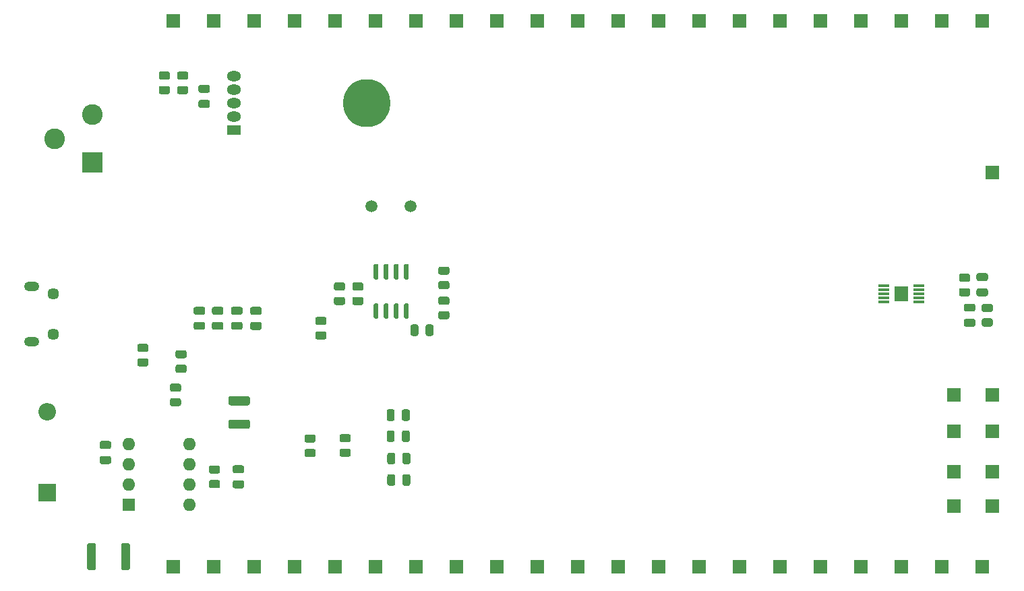
<source format=gbr>
%TF.GenerationSoftware,KiCad,Pcbnew,(5.1.7)-1*%
%TF.CreationDate,2020-11-09T16:27:57-06:00*%
%TF.ProjectId,MCU breakout board,4d435520-6272-4656-916b-6f757420626f,rev?*%
%TF.SameCoordinates,Original*%
%TF.FileFunction,Soldermask,Bot*%
%TF.FilePolarity,Negative*%
%FSLAX46Y46*%
G04 Gerber Fmt 4.6, Leading zero omitted, Abs format (unit mm)*
G04 Created by KiCad (PCBNEW (5.1.7)-1) date 2020-11-09 16:27:57*
%MOMM*%
%LPD*%
G01*
G04 APERTURE LIST*
%ADD10R,1.700000X1.700000*%
%ADD11R,1.600000X1.600000*%
%ADD12O,1.600000X1.600000*%
%ADD13R,2.200000X2.200000*%
%ADD14O,2.200000X2.200000*%
%ADD15R,1.425000X0.300000*%
%ADD16R,1.680000X1.880000*%
%ADD17R,2.600000X2.600000*%
%ADD18C,2.600000*%
%ADD19C,1.450000*%
%ADD20O,1.900000X1.200000*%
%ADD21C,1.500000*%
%ADD22O,6.000000X6.000000*%
%ADD23R,1.800000X1.275000*%
%ADD24O,1.800000X1.275000*%
G04 APERTURE END LIST*
D10*
%TO.C,P2*%
X169164000Y-144780000D03*
%TD*%
D11*
%TO.C,U2*%
X65510000Y-144630000D03*
D12*
X73130000Y-137010000D03*
X65510000Y-142090000D03*
X73130000Y-139550000D03*
X65510000Y-139550000D03*
X73130000Y-142090000D03*
X65510000Y-137010000D03*
X73130000Y-144630000D03*
%TD*%
%TO.C,C1*%
G36*
G01*
X79575000Y-120740000D02*
X78625000Y-120740000D01*
G75*
G02*
X78375000Y-120490000I0J250000D01*
G01*
X78375000Y-119990000D01*
G75*
G02*
X78625000Y-119740000I250000J0D01*
G01*
X79575000Y-119740000D01*
G75*
G02*
X79825000Y-119990000I0J-250000D01*
G01*
X79825000Y-120490000D01*
G75*
G02*
X79575000Y-120740000I-250000J0D01*
G01*
G37*
G36*
G01*
X79575000Y-122640000D02*
X78625000Y-122640000D01*
G75*
G02*
X78375000Y-122390000I0J250000D01*
G01*
X78375000Y-121890000D01*
G75*
G02*
X78625000Y-121640000I250000J0D01*
G01*
X79575000Y-121640000D01*
G75*
G02*
X79825000Y-121890000I0J-250000D01*
G01*
X79825000Y-122390000D01*
G75*
G02*
X79575000Y-122640000I-250000J0D01*
G01*
G37*
%TD*%
%TO.C,C2*%
G36*
G01*
X81975000Y-120750000D02*
X81025000Y-120750000D01*
G75*
G02*
X80775000Y-120500000I0J250000D01*
G01*
X80775000Y-120000000D01*
G75*
G02*
X81025000Y-119750000I250000J0D01*
G01*
X81975000Y-119750000D01*
G75*
G02*
X82225000Y-120000000I0J-250000D01*
G01*
X82225000Y-120500000D01*
G75*
G02*
X81975000Y-120750000I-250000J0D01*
G01*
G37*
G36*
G01*
X81975000Y-122650000D02*
X81025000Y-122650000D01*
G75*
G02*
X80775000Y-122400000I0J250000D01*
G01*
X80775000Y-121900000D01*
G75*
G02*
X81025000Y-121650000I250000J0D01*
G01*
X81975000Y-121650000D01*
G75*
G02*
X82225000Y-121900000I0J-250000D01*
G01*
X82225000Y-122400000D01*
G75*
G02*
X81975000Y-122650000I-250000J0D01*
G01*
G37*
%TD*%
%TO.C,C3*%
G36*
G01*
X171610000Y-122250000D02*
X170660000Y-122250000D01*
G75*
G02*
X170410000Y-122000000I0J250000D01*
G01*
X170410000Y-121500000D01*
G75*
G02*
X170660000Y-121250000I250000J0D01*
G01*
X171610000Y-121250000D01*
G75*
G02*
X171860000Y-121500000I0J-250000D01*
G01*
X171860000Y-122000000D01*
G75*
G02*
X171610000Y-122250000I-250000J0D01*
G01*
G37*
G36*
G01*
X171610000Y-120350000D02*
X170660000Y-120350000D01*
G75*
G02*
X170410000Y-120100000I0J250000D01*
G01*
X170410000Y-119600000D01*
G75*
G02*
X170660000Y-119350000I250000J0D01*
G01*
X171610000Y-119350000D01*
G75*
G02*
X171860000Y-119600000I0J-250000D01*
G01*
X171860000Y-120100000D01*
G75*
G02*
X171610000Y-120350000I-250000J0D01*
G01*
G37*
%TD*%
%TO.C,C4*%
G36*
G01*
X77175000Y-122640000D02*
X76225000Y-122640000D01*
G75*
G02*
X75975000Y-122390000I0J250000D01*
G01*
X75975000Y-121890000D01*
G75*
G02*
X76225000Y-121640000I250000J0D01*
G01*
X77175000Y-121640000D01*
G75*
G02*
X77425000Y-121890000I0J-250000D01*
G01*
X77425000Y-122390000D01*
G75*
G02*
X77175000Y-122640000I-250000J0D01*
G01*
G37*
G36*
G01*
X77175000Y-120740000D02*
X76225000Y-120740000D01*
G75*
G02*
X75975000Y-120490000I0J250000D01*
G01*
X75975000Y-119990000D01*
G75*
G02*
X76225000Y-119740000I250000J0D01*
G01*
X77175000Y-119740000D01*
G75*
G02*
X77425000Y-119990000I0J-250000D01*
G01*
X77425000Y-120490000D01*
G75*
G02*
X77175000Y-120740000I-250000J0D01*
G01*
G37*
%TD*%
%TO.C,C5*%
G36*
G01*
X74875000Y-120740000D02*
X73925000Y-120740000D01*
G75*
G02*
X73675000Y-120490000I0J250000D01*
G01*
X73675000Y-119990000D01*
G75*
G02*
X73925000Y-119740000I250000J0D01*
G01*
X74875000Y-119740000D01*
G75*
G02*
X75125000Y-119990000I0J-250000D01*
G01*
X75125000Y-120490000D01*
G75*
G02*
X74875000Y-120740000I-250000J0D01*
G01*
G37*
G36*
G01*
X74875000Y-122640000D02*
X73925000Y-122640000D01*
G75*
G02*
X73675000Y-122390000I0J250000D01*
G01*
X73675000Y-121890000D01*
G75*
G02*
X73925000Y-121640000I250000J0D01*
G01*
X74875000Y-121640000D01*
G75*
G02*
X75125000Y-121890000I0J-250000D01*
G01*
X75125000Y-122390000D01*
G75*
G02*
X74875000Y-122640000I-250000J0D01*
G01*
G37*
%TD*%
%TO.C,C8*%
G36*
G01*
X103812000Y-122207000D02*
X103812000Y-123157000D01*
G75*
G02*
X103562000Y-123407000I-250000J0D01*
G01*
X103062000Y-123407000D01*
G75*
G02*
X102812000Y-123157000I0J250000D01*
G01*
X102812000Y-122207000D01*
G75*
G02*
X103062000Y-121957000I250000J0D01*
G01*
X103562000Y-121957000D01*
G75*
G02*
X103812000Y-122207000I0J-250000D01*
G01*
G37*
G36*
G01*
X101912000Y-122207000D02*
X101912000Y-123157000D01*
G75*
G02*
X101662000Y-123407000I-250000J0D01*
G01*
X101162000Y-123407000D01*
G75*
G02*
X100912000Y-123157000I0J250000D01*
G01*
X100912000Y-122207000D01*
G75*
G02*
X101162000Y-121957000I250000J0D01*
G01*
X101662000Y-121957000D01*
G75*
G02*
X101912000Y-122207000I0J-250000D01*
G01*
G37*
%TD*%
%TO.C,C9*%
G36*
G01*
X78825000Y-139650000D02*
X79775000Y-139650000D01*
G75*
G02*
X80025000Y-139900000I0J-250000D01*
G01*
X80025000Y-140400000D01*
G75*
G02*
X79775000Y-140650000I-250000J0D01*
G01*
X78825000Y-140650000D01*
G75*
G02*
X78575000Y-140400000I0J250000D01*
G01*
X78575000Y-139900000D01*
G75*
G02*
X78825000Y-139650000I250000J0D01*
G01*
G37*
G36*
G01*
X78825000Y-141550000D02*
X79775000Y-141550000D01*
G75*
G02*
X80025000Y-141800000I0J-250000D01*
G01*
X80025000Y-142300000D01*
G75*
G02*
X79775000Y-142550000I-250000J0D01*
G01*
X78825000Y-142550000D01*
G75*
G02*
X78575000Y-142300000I0J250000D01*
G01*
X78575000Y-141800000D01*
G75*
G02*
X78825000Y-141550000I250000J0D01*
G01*
G37*
%TD*%
%TO.C,C10*%
G36*
G01*
X172245000Y-115520000D02*
X173195000Y-115520000D01*
G75*
G02*
X173445000Y-115770000I0J-250000D01*
G01*
X173445000Y-116270000D01*
G75*
G02*
X173195000Y-116520000I-250000J0D01*
G01*
X172245000Y-116520000D01*
G75*
G02*
X171995000Y-116270000I0J250000D01*
G01*
X171995000Y-115770000D01*
G75*
G02*
X172245000Y-115520000I250000J0D01*
G01*
G37*
G36*
G01*
X172245000Y-117420000D02*
X173195000Y-117420000D01*
G75*
G02*
X173445000Y-117670000I0J-250000D01*
G01*
X173445000Y-118170000D01*
G75*
G02*
X173195000Y-118420000I-250000J0D01*
G01*
X172245000Y-118420000D01*
G75*
G02*
X171995000Y-118170000I0J250000D01*
G01*
X171995000Y-117670000D01*
G75*
G02*
X172245000Y-117420000I250000J0D01*
G01*
G37*
%TD*%
%TO.C,C11*%
G36*
G01*
X78299999Y-130975000D02*
X80500001Y-130975000D01*
G75*
G02*
X80750000Y-131224999I0J-249999D01*
G01*
X80750000Y-131875001D01*
G75*
G02*
X80500001Y-132125000I-249999J0D01*
G01*
X78299999Y-132125000D01*
G75*
G02*
X78050000Y-131875001I0J249999D01*
G01*
X78050000Y-131224999D01*
G75*
G02*
X78299999Y-130975000I249999J0D01*
G01*
G37*
G36*
G01*
X78299999Y-133925000D02*
X80500001Y-133925000D01*
G75*
G02*
X80750000Y-134174999I0J-249999D01*
G01*
X80750000Y-134825001D01*
G75*
G02*
X80500001Y-135075000I-249999J0D01*
G01*
X78299999Y-135075000D01*
G75*
G02*
X78050000Y-134825001I0J249999D01*
G01*
X78050000Y-134174999D01*
G75*
G02*
X78299999Y-133925000I249999J0D01*
G01*
G37*
%TD*%
%TO.C,C12*%
G36*
G01*
X62125000Y-138500000D02*
X63075000Y-138500000D01*
G75*
G02*
X63325000Y-138750000I0J-250000D01*
G01*
X63325000Y-139250000D01*
G75*
G02*
X63075000Y-139500000I-250000J0D01*
G01*
X62125000Y-139500000D01*
G75*
G02*
X61875000Y-139250000I0J250000D01*
G01*
X61875000Y-138750000D01*
G75*
G02*
X62125000Y-138500000I250000J0D01*
G01*
G37*
G36*
G01*
X62125000Y-136600000D02*
X63075000Y-136600000D01*
G75*
G02*
X63325000Y-136850000I0J-250000D01*
G01*
X63325000Y-137350000D01*
G75*
G02*
X63075000Y-137600000I-250000J0D01*
G01*
X62125000Y-137600000D01*
G75*
G02*
X61875000Y-137350000I0J250000D01*
G01*
X61875000Y-136850000D01*
G75*
G02*
X62125000Y-136600000I250000J0D01*
G01*
G37*
%TD*%
%TO.C,C14*%
G36*
G01*
X74525000Y-91850000D02*
X75475000Y-91850000D01*
G75*
G02*
X75725000Y-92100000I0J-250000D01*
G01*
X75725000Y-92600000D01*
G75*
G02*
X75475000Y-92850000I-250000J0D01*
G01*
X74525000Y-92850000D01*
G75*
G02*
X74275000Y-92600000I0J250000D01*
G01*
X74275000Y-92100000D01*
G75*
G02*
X74525000Y-91850000I250000J0D01*
G01*
G37*
G36*
G01*
X74525000Y-93750000D02*
X75475000Y-93750000D01*
G75*
G02*
X75725000Y-94000000I0J-250000D01*
G01*
X75725000Y-94500000D01*
G75*
G02*
X75475000Y-94750000I-250000J0D01*
G01*
X74525000Y-94750000D01*
G75*
G02*
X74275000Y-94500000I0J250000D01*
G01*
X74275000Y-94000000D01*
G75*
G02*
X74525000Y-93750000I250000J0D01*
G01*
G37*
%TD*%
%TO.C,C17*%
G36*
G01*
X97930000Y-133825000D02*
X97930000Y-132875000D01*
G75*
G02*
X98180000Y-132625000I250000J0D01*
G01*
X98680000Y-132625000D01*
G75*
G02*
X98930000Y-132875000I0J-250000D01*
G01*
X98930000Y-133825000D01*
G75*
G02*
X98680000Y-134075000I-250000J0D01*
G01*
X98180000Y-134075000D01*
G75*
G02*
X97930000Y-133825000I0J250000D01*
G01*
G37*
G36*
G01*
X99830000Y-133825000D02*
X99830000Y-132875000D01*
G75*
G02*
X100080000Y-132625000I250000J0D01*
G01*
X100580000Y-132625000D01*
G75*
G02*
X100830000Y-132875000I0J-250000D01*
G01*
X100830000Y-133825000D01*
G75*
G02*
X100580000Y-134075000I-250000J0D01*
G01*
X100080000Y-134075000D01*
G75*
G02*
X99830000Y-133825000I0J250000D01*
G01*
G37*
%TD*%
%TO.C,C18*%
G36*
G01*
X99830000Y-136475000D02*
X99830000Y-135525000D01*
G75*
G02*
X100080000Y-135275000I250000J0D01*
G01*
X100580000Y-135275000D01*
G75*
G02*
X100830000Y-135525000I0J-250000D01*
G01*
X100830000Y-136475000D01*
G75*
G02*
X100580000Y-136725000I-250000J0D01*
G01*
X100080000Y-136725000D01*
G75*
G02*
X99830000Y-136475000I0J250000D01*
G01*
G37*
G36*
G01*
X97930000Y-136475000D02*
X97930000Y-135525000D01*
G75*
G02*
X98180000Y-135275000I250000J0D01*
G01*
X98680000Y-135275000D01*
G75*
G02*
X98930000Y-135525000I0J-250000D01*
G01*
X98930000Y-136475000D01*
G75*
G02*
X98680000Y-136725000I-250000J0D01*
G01*
X98180000Y-136725000D01*
G75*
G02*
X97930000Y-136475000I0J250000D01*
G01*
G37*
%TD*%
%TO.C,C19*%
G36*
G01*
X98000000Y-139275000D02*
X98000000Y-138325000D01*
G75*
G02*
X98250000Y-138075000I250000J0D01*
G01*
X98750000Y-138075000D01*
G75*
G02*
X99000000Y-138325000I0J-250000D01*
G01*
X99000000Y-139275000D01*
G75*
G02*
X98750000Y-139525000I-250000J0D01*
G01*
X98250000Y-139525000D01*
G75*
G02*
X98000000Y-139275000I0J250000D01*
G01*
G37*
G36*
G01*
X99900000Y-139275000D02*
X99900000Y-138325000D01*
G75*
G02*
X100150000Y-138075000I250000J0D01*
G01*
X100650000Y-138075000D01*
G75*
G02*
X100900000Y-138325000I0J-250000D01*
G01*
X100900000Y-139275000D01*
G75*
G02*
X100650000Y-139525000I-250000J0D01*
G01*
X100150000Y-139525000D01*
G75*
G02*
X99900000Y-139275000I0J250000D01*
G01*
G37*
%TD*%
%TO.C,C20*%
G36*
G01*
X99900000Y-141975000D02*
X99900000Y-141025000D01*
G75*
G02*
X100150000Y-140775000I250000J0D01*
G01*
X100650000Y-140775000D01*
G75*
G02*
X100900000Y-141025000I0J-250000D01*
G01*
X100900000Y-141975000D01*
G75*
G02*
X100650000Y-142225000I-250000J0D01*
G01*
X100150000Y-142225000D01*
G75*
G02*
X99900000Y-141975000I0J250000D01*
G01*
G37*
G36*
G01*
X98000000Y-141975000D02*
X98000000Y-141025000D01*
G75*
G02*
X98250000Y-140775000I250000J0D01*
G01*
X98750000Y-140775000D01*
G75*
G02*
X99000000Y-141025000I0J-250000D01*
G01*
X99000000Y-141975000D01*
G75*
G02*
X98750000Y-142225000I-250000J0D01*
G01*
X98250000Y-142225000D01*
G75*
G02*
X98000000Y-141975000I0J250000D01*
G01*
G37*
%TD*%
D13*
%TO.C,D1*%
X55300000Y-143100000D03*
D14*
X55300000Y-132940000D03*
%TD*%
D15*
%TO.C,IC1*%
X160348000Y-119110000D03*
X160348000Y-118610000D03*
X160348000Y-118110000D03*
X160348000Y-117610000D03*
X160348000Y-117110000D03*
X164772000Y-117110000D03*
X164772000Y-117610000D03*
X164772000Y-118110000D03*
X164772000Y-118610000D03*
X164772000Y-119110000D03*
D16*
X162560000Y-118110000D03*
%TD*%
D17*
%TO.C,J1*%
X60960000Y-101600000D03*
D18*
X60960000Y-95600000D03*
X56260000Y-98600000D03*
%TD*%
D19*
%TO.C,J2*%
X56072500Y-118150000D03*
X56072500Y-123150000D03*
D20*
X53372500Y-117150000D03*
X53372500Y-124150000D03*
%TD*%
D10*
%TO.C,P3*%
X111760000Y-152400000D03*
%TD*%
%TO.C,P4*%
X106680000Y-152400000D03*
%TD*%
%TO.C,P5*%
X71120000Y-152400000D03*
%TD*%
%TO.C,P6*%
X76200000Y-152400000D03*
%TD*%
%TO.C,P7*%
X81280000Y-152400000D03*
%TD*%
%TO.C,P8*%
X86360000Y-152400000D03*
%TD*%
%TO.C,P9*%
X91440000Y-152400000D03*
%TD*%
%TO.C,P10*%
X96520000Y-152400000D03*
%TD*%
%TO.C,P11*%
X101600000Y-152400000D03*
%TD*%
%TO.C,P13*%
X162560000Y-152400000D03*
%TD*%
%TO.C,P15*%
X172720000Y-152400000D03*
%TD*%
%TO.C,P16*%
X172720000Y-83820000D03*
%TD*%
%TO.C,P17*%
X167640000Y-83820000D03*
%TD*%
%TO.C,P18*%
X162560000Y-83820000D03*
%TD*%
%TO.C,P19*%
X157480000Y-152400000D03*
%TD*%
%TO.C,P20*%
X157480000Y-83820000D03*
%TD*%
%TO.C,P21*%
X152400000Y-152400000D03*
%TD*%
%TO.C,P22*%
X152400000Y-83820000D03*
%TD*%
%TO.C,P23*%
X147320000Y-152400000D03*
%TD*%
%TO.C,P24*%
X142240000Y-152400000D03*
%TD*%
%TO.C,P25*%
X137160000Y-152400000D03*
%TD*%
%TO.C,P26*%
X132080000Y-152400000D03*
%TD*%
%TO.C,P27*%
X127000000Y-152400000D03*
%TD*%
%TO.C,P28*%
X121920000Y-152400000D03*
%TD*%
%TO.C,P29*%
X106680000Y-83820000D03*
%TD*%
%TO.C,P30*%
X101600000Y-83820000D03*
%TD*%
%TO.C,P31*%
X96520000Y-83820000D03*
%TD*%
%TO.C,P32*%
X91440000Y-83820000D03*
%TD*%
%TO.C,P33*%
X86360000Y-83820000D03*
%TD*%
%TO.C,P34*%
X81280000Y-83820000D03*
%TD*%
%TO.C,P35*%
X111760000Y-83820000D03*
%TD*%
%TO.C,P36*%
X76200000Y-83820000D03*
%TD*%
%TO.C,P37*%
X116840000Y-83820000D03*
%TD*%
%TO.C,P38*%
X71120000Y-83820000D03*
%TD*%
%TO.C,P39*%
X121920000Y-83820000D03*
%TD*%
%TO.C,P40*%
X127000000Y-83820000D03*
%TD*%
%TO.C,P41*%
X132080000Y-83820000D03*
%TD*%
%TO.C,P42*%
X137160000Y-83820000D03*
%TD*%
%TO.C,P43*%
X142240000Y-83820000D03*
%TD*%
%TO.C,P44*%
X147320000Y-83820000D03*
%TD*%
%TO.C,R1*%
G36*
G01*
X93849999Y-118500000D02*
X94750001Y-118500000D01*
G75*
G02*
X95000000Y-118749999I0J-249999D01*
G01*
X95000000Y-119275001D01*
G75*
G02*
X94750001Y-119525000I-249999J0D01*
G01*
X93849999Y-119525000D01*
G75*
G02*
X93600000Y-119275001I0J249999D01*
G01*
X93600000Y-118749999D01*
G75*
G02*
X93849999Y-118500000I249999J0D01*
G01*
G37*
G36*
G01*
X93849999Y-116675000D02*
X94750001Y-116675000D01*
G75*
G02*
X95000000Y-116924999I0J-249999D01*
G01*
X95000000Y-117450001D01*
G75*
G02*
X94750001Y-117700000I-249999J0D01*
G01*
X93849999Y-117700000D01*
G75*
G02*
X93600000Y-117450001I0J249999D01*
G01*
X93600000Y-116924999D01*
G75*
G02*
X93849999Y-116675000I249999J0D01*
G01*
G37*
%TD*%
%TO.C,R3*%
G36*
G01*
X172904999Y-119372500D02*
X173805001Y-119372500D01*
G75*
G02*
X174055000Y-119622499I0J-249999D01*
G01*
X174055000Y-120147501D01*
G75*
G02*
X173805001Y-120397500I-249999J0D01*
G01*
X172904999Y-120397500D01*
G75*
G02*
X172655000Y-120147501I0J249999D01*
G01*
X172655000Y-119622499D01*
G75*
G02*
X172904999Y-119372500I249999J0D01*
G01*
G37*
G36*
G01*
X172904999Y-121197500D02*
X173805001Y-121197500D01*
G75*
G02*
X174055000Y-121447499I0J-249999D01*
G01*
X174055000Y-121972501D01*
G75*
G02*
X173805001Y-122222500I-249999J0D01*
G01*
X172904999Y-122222500D01*
G75*
G02*
X172655000Y-121972501I0J249999D01*
G01*
X172655000Y-121447499D01*
G75*
G02*
X172904999Y-121197500I249999J0D01*
G01*
G37*
%TD*%
%TO.C,R4*%
G36*
G01*
X76750001Y-142525000D02*
X75849999Y-142525000D01*
G75*
G02*
X75600000Y-142275001I0J249999D01*
G01*
X75600000Y-141749999D01*
G75*
G02*
X75849999Y-141500000I249999J0D01*
G01*
X76750001Y-141500000D01*
G75*
G02*
X77000000Y-141749999I0J-249999D01*
G01*
X77000000Y-142275001D01*
G75*
G02*
X76750001Y-142525000I-249999J0D01*
G01*
G37*
G36*
G01*
X76750001Y-140700000D02*
X75849999Y-140700000D01*
G75*
G02*
X75600000Y-140450001I0J249999D01*
G01*
X75600000Y-139924999D01*
G75*
G02*
X75849999Y-139675000I249999J0D01*
G01*
X76750001Y-139675000D01*
G75*
G02*
X77000000Y-139924999I0J-249999D01*
G01*
X77000000Y-140450001D01*
G75*
G02*
X76750001Y-140700000I-249999J0D01*
G01*
G37*
%TD*%
%TO.C,R5*%
G36*
G01*
X104649999Y-118462500D02*
X105550001Y-118462500D01*
G75*
G02*
X105800000Y-118712499I0J-249999D01*
G01*
X105800000Y-119237501D01*
G75*
G02*
X105550001Y-119487500I-249999J0D01*
G01*
X104649999Y-119487500D01*
G75*
G02*
X104400000Y-119237501I0J249999D01*
G01*
X104400000Y-118712499D01*
G75*
G02*
X104649999Y-118462500I249999J0D01*
G01*
G37*
G36*
G01*
X104649999Y-120287500D02*
X105550001Y-120287500D01*
G75*
G02*
X105800000Y-120537499I0J-249999D01*
G01*
X105800000Y-121062501D01*
G75*
G02*
X105550001Y-121312500I-249999J0D01*
G01*
X104649999Y-121312500D01*
G75*
G02*
X104400000Y-121062501I0J249999D01*
G01*
X104400000Y-120537499D01*
G75*
G02*
X104649999Y-120287500I249999J0D01*
G01*
G37*
%TD*%
%TO.C,R6*%
G36*
G01*
X91549999Y-118500000D02*
X92450001Y-118500000D01*
G75*
G02*
X92700000Y-118749999I0J-249999D01*
G01*
X92700000Y-119275001D01*
G75*
G02*
X92450001Y-119525000I-249999J0D01*
G01*
X91549999Y-119525000D01*
G75*
G02*
X91300000Y-119275001I0J249999D01*
G01*
X91300000Y-118749999D01*
G75*
G02*
X91549999Y-118500000I249999J0D01*
G01*
G37*
G36*
G01*
X91549999Y-116675000D02*
X92450001Y-116675000D01*
G75*
G02*
X92700000Y-116924999I0J-249999D01*
G01*
X92700000Y-117450001D01*
G75*
G02*
X92450001Y-117700000I-249999J0D01*
G01*
X91549999Y-117700000D01*
G75*
G02*
X91300000Y-117450001I0J249999D01*
G01*
X91300000Y-116924999D01*
G75*
G02*
X91549999Y-116675000I249999J0D01*
G01*
G37*
%TD*%
%TO.C,R7*%
G36*
G01*
X93160001Y-138585000D02*
X92259999Y-138585000D01*
G75*
G02*
X92010000Y-138335001I0J249999D01*
G01*
X92010000Y-137809999D01*
G75*
G02*
X92259999Y-137560000I249999J0D01*
G01*
X93160001Y-137560000D01*
G75*
G02*
X93410000Y-137809999I0J-249999D01*
G01*
X93410000Y-138335001D01*
G75*
G02*
X93160001Y-138585000I-249999J0D01*
G01*
G37*
G36*
G01*
X93160001Y-136760000D02*
X92259999Y-136760000D01*
G75*
G02*
X92010000Y-136510001I0J249999D01*
G01*
X92010000Y-135984999D01*
G75*
G02*
X92259999Y-135735000I249999J0D01*
G01*
X93160001Y-135735000D01*
G75*
G02*
X93410000Y-135984999I0J-249999D01*
G01*
X93410000Y-136510001D01*
G75*
G02*
X93160001Y-136760000I-249999J0D01*
G01*
G37*
%TD*%
%TO.C,R8*%
G36*
G01*
X104649999Y-116512500D02*
X105550001Y-116512500D01*
G75*
G02*
X105800000Y-116762499I0J-249999D01*
G01*
X105800000Y-117287501D01*
G75*
G02*
X105550001Y-117537500I-249999J0D01*
G01*
X104649999Y-117537500D01*
G75*
G02*
X104400000Y-117287501I0J249999D01*
G01*
X104400000Y-116762499D01*
G75*
G02*
X104649999Y-116512500I249999J0D01*
G01*
G37*
G36*
G01*
X104649999Y-114687500D02*
X105550001Y-114687500D01*
G75*
G02*
X105800000Y-114937499I0J-249999D01*
G01*
X105800000Y-115462501D01*
G75*
G02*
X105550001Y-115712500I-249999J0D01*
G01*
X104649999Y-115712500D01*
G75*
G02*
X104400000Y-115462501I0J249999D01*
G01*
X104400000Y-114937499D01*
G75*
G02*
X104649999Y-114687500I249999J0D01*
G01*
G37*
%TD*%
%TO.C,R9*%
G36*
G01*
X87849999Y-137600000D02*
X88750001Y-137600000D01*
G75*
G02*
X89000000Y-137849999I0J-249999D01*
G01*
X89000000Y-138375001D01*
G75*
G02*
X88750001Y-138625000I-249999J0D01*
G01*
X87849999Y-138625000D01*
G75*
G02*
X87600000Y-138375001I0J249999D01*
G01*
X87600000Y-137849999D01*
G75*
G02*
X87849999Y-137600000I249999J0D01*
G01*
G37*
G36*
G01*
X87849999Y-135775000D02*
X88750001Y-135775000D01*
G75*
G02*
X89000000Y-136024999I0J-249999D01*
G01*
X89000000Y-136550001D01*
G75*
G02*
X88750001Y-136800000I-249999J0D01*
G01*
X87849999Y-136800000D01*
G75*
G02*
X87600000Y-136550001I0J249999D01*
G01*
X87600000Y-136024999D01*
G75*
G02*
X87849999Y-135775000I249999J0D01*
G01*
G37*
%TD*%
%TO.C,R10*%
G36*
G01*
X72750001Y-93025000D02*
X71849999Y-93025000D01*
G75*
G02*
X71600000Y-92775001I0J249999D01*
G01*
X71600000Y-92249999D01*
G75*
G02*
X71849999Y-92000000I249999J0D01*
G01*
X72750001Y-92000000D01*
G75*
G02*
X73000000Y-92249999I0J-249999D01*
G01*
X73000000Y-92775001D01*
G75*
G02*
X72750001Y-93025000I-249999J0D01*
G01*
G37*
G36*
G01*
X72750001Y-91200000D02*
X71849999Y-91200000D01*
G75*
G02*
X71600000Y-90950001I0J249999D01*
G01*
X71600000Y-90424999D01*
G75*
G02*
X71849999Y-90175000I249999J0D01*
G01*
X72750001Y-90175000D01*
G75*
G02*
X73000000Y-90424999I0J-249999D01*
G01*
X73000000Y-90950001D01*
G75*
G02*
X72750001Y-91200000I-249999J0D01*
G01*
G37*
%TD*%
%TO.C,R11*%
G36*
G01*
X66849999Y-124387500D02*
X67750001Y-124387500D01*
G75*
G02*
X68000000Y-124637499I0J-249999D01*
G01*
X68000000Y-125162501D01*
G75*
G02*
X67750001Y-125412500I-249999J0D01*
G01*
X66849999Y-125412500D01*
G75*
G02*
X66600000Y-125162501I0J249999D01*
G01*
X66600000Y-124637499D01*
G75*
G02*
X66849999Y-124387500I249999J0D01*
G01*
G37*
G36*
G01*
X66849999Y-126212500D02*
X67750001Y-126212500D01*
G75*
G02*
X68000000Y-126462499I0J-249999D01*
G01*
X68000000Y-126987501D01*
G75*
G02*
X67750001Y-127237500I-249999J0D01*
G01*
X66849999Y-127237500D01*
G75*
G02*
X66600000Y-126987501I0J249999D01*
G01*
X66600000Y-126462499D01*
G75*
G02*
X66849999Y-126212500I249999J0D01*
G01*
G37*
%TD*%
%TO.C,R12*%
G36*
G01*
X69549999Y-92000000D02*
X70450001Y-92000000D01*
G75*
G02*
X70700000Y-92249999I0J-249999D01*
G01*
X70700000Y-92775001D01*
G75*
G02*
X70450001Y-93025000I-249999J0D01*
G01*
X69549999Y-93025000D01*
G75*
G02*
X69300000Y-92775001I0J249999D01*
G01*
X69300000Y-92249999D01*
G75*
G02*
X69549999Y-92000000I249999J0D01*
G01*
G37*
G36*
G01*
X69549999Y-90175000D02*
X70450001Y-90175000D01*
G75*
G02*
X70700000Y-90424999I0J-249999D01*
G01*
X70700000Y-90950001D01*
G75*
G02*
X70450001Y-91200000I-249999J0D01*
G01*
X69549999Y-91200000D01*
G75*
G02*
X69300000Y-90950001I0J249999D01*
G01*
X69300000Y-90424999D01*
G75*
G02*
X69549999Y-90175000I249999J0D01*
G01*
G37*
%TD*%
%TO.C,R14*%
G36*
G01*
X71649999Y-125187500D02*
X72550001Y-125187500D01*
G75*
G02*
X72800000Y-125437499I0J-249999D01*
G01*
X72800000Y-125962501D01*
G75*
G02*
X72550001Y-126212500I-249999J0D01*
G01*
X71649999Y-126212500D01*
G75*
G02*
X71400000Y-125962501I0J249999D01*
G01*
X71400000Y-125437499D01*
G75*
G02*
X71649999Y-125187500I249999J0D01*
G01*
G37*
G36*
G01*
X71649999Y-127012500D02*
X72550001Y-127012500D01*
G75*
G02*
X72800000Y-127262499I0J-249999D01*
G01*
X72800000Y-127787501D01*
G75*
G02*
X72550001Y-128037500I-249999J0D01*
G01*
X71649999Y-128037500D01*
G75*
G02*
X71400000Y-127787501I0J249999D01*
G01*
X71400000Y-127262499D01*
G75*
G02*
X71649999Y-127012500I249999J0D01*
G01*
G37*
%TD*%
%TO.C,R15*%
G36*
G01*
X71850001Y-130412500D02*
X70949999Y-130412500D01*
G75*
G02*
X70700000Y-130162501I0J249999D01*
G01*
X70700000Y-129637499D01*
G75*
G02*
X70949999Y-129387500I249999J0D01*
G01*
X71850001Y-129387500D01*
G75*
G02*
X72100000Y-129637499I0J-249999D01*
G01*
X72100000Y-130162501D01*
G75*
G02*
X71850001Y-130412500I-249999J0D01*
G01*
G37*
G36*
G01*
X71850001Y-132237500D02*
X70949999Y-132237500D01*
G75*
G02*
X70700000Y-131987501I0J249999D01*
G01*
X70700000Y-131462499D01*
G75*
G02*
X70949999Y-131212500I249999J0D01*
G01*
X71850001Y-131212500D01*
G75*
G02*
X72100000Y-131462499I0J-249999D01*
G01*
X72100000Y-131987501D01*
G75*
G02*
X71850001Y-132237500I-249999J0D01*
G01*
G37*
%TD*%
%TO.C,R16*%
G36*
G01*
X89211999Y-122828000D02*
X90112001Y-122828000D01*
G75*
G02*
X90362000Y-123077999I0J-249999D01*
G01*
X90362000Y-123603001D01*
G75*
G02*
X90112001Y-123853000I-249999J0D01*
G01*
X89211999Y-123853000D01*
G75*
G02*
X88962000Y-123603001I0J249999D01*
G01*
X88962000Y-123077999D01*
G75*
G02*
X89211999Y-122828000I249999J0D01*
G01*
G37*
G36*
G01*
X89211999Y-121003000D02*
X90112001Y-121003000D01*
G75*
G02*
X90362000Y-121252999I0J-249999D01*
G01*
X90362000Y-121778001D01*
G75*
G02*
X90112001Y-122028000I-249999J0D01*
G01*
X89211999Y-122028000D01*
G75*
G02*
X88962000Y-121778001I0J249999D01*
G01*
X88962000Y-121252999D01*
G75*
G02*
X89211999Y-121003000I249999J0D01*
G01*
G37*
%TD*%
%TO.C,R17*%
G36*
G01*
X170049999Y-117400000D02*
X170950001Y-117400000D01*
G75*
G02*
X171200000Y-117649999I0J-249999D01*
G01*
X171200000Y-118175001D01*
G75*
G02*
X170950001Y-118425000I-249999J0D01*
G01*
X170049999Y-118425000D01*
G75*
G02*
X169800000Y-118175001I0J249999D01*
G01*
X169800000Y-117649999D01*
G75*
G02*
X170049999Y-117400000I249999J0D01*
G01*
G37*
G36*
G01*
X170049999Y-115575000D02*
X170950001Y-115575000D01*
G75*
G02*
X171200000Y-115824999I0J-249999D01*
G01*
X171200000Y-116350001D01*
G75*
G02*
X170950001Y-116600000I-249999J0D01*
G01*
X170049999Y-116600000D01*
G75*
G02*
X169800000Y-116350001I0J249999D01*
G01*
X169800000Y-115824999D01*
G75*
G02*
X170049999Y-115575000I249999J0D01*
G01*
G37*
%TD*%
%TO.C,U1*%
G36*
G01*
X96445000Y-114350000D02*
X96745000Y-114350000D01*
G75*
G02*
X96895000Y-114500000I0J-150000D01*
G01*
X96895000Y-116150000D01*
G75*
G02*
X96745000Y-116300000I-150000J0D01*
G01*
X96445000Y-116300000D01*
G75*
G02*
X96295000Y-116150000I0J150000D01*
G01*
X96295000Y-114500000D01*
G75*
G02*
X96445000Y-114350000I150000J0D01*
G01*
G37*
G36*
G01*
X97715000Y-114350000D02*
X98015000Y-114350000D01*
G75*
G02*
X98165000Y-114500000I0J-150000D01*
G01*
X98165000Y-116150000D01*
G75*
G02*
X98015000Y-116300000I-150000J0D01*
G01*
X97715000Y-116300000D01*
G75*
G02*
X97565000Y-116150000I0J150000D01*
G01*
X97565000Y-114500000D01*
G75*
G02*
X97715000Y-114350000I150000J0D01*
G01*
G37*
G36*
G01*
X98985000Y-114350000D02*
X99285000Y-114350000D01*
G75*
G02*
X99435000Y-114500000I0J-150000D01*
G01*
X99435000Y-116150000D01*
G75*
G02*
X99285000Y-116300000I-150000J0D01*
G01*
X98985000Y-116300000D01*
G75*
G02*
X98835000Y-116150000I0J150000D01*
G01*
X98835000Y-114500000D01*
G75*
G02*
X98985000Y-114350000I150000J0D01*
G01*
G37*
G36*
G01*
X100255000Y-114350000D02*
X100555000Y-114350000D01*
G75*
G02*
X100705000Y-114500000I0J-150000D01*
G01*
X100705000Y-116150000D01*
G75*
G02*
X100555000Y-116300000I-150000J0D01*
G01*
X100255000Y-116300000D01*
G75*
G02*
X100105000Y-116150000I0J150000D01*
G01*
X100105000Y-114500000D01*
G75*
G02*
X100255000Y-114350000I150000J0D01*
G01*
G37*
G36*
G01*
X100255000Y-119300000D02*
X100555000Y-119300000D01*
G75*
G02*
X100705000Y-119450000I0J-150000D01*
G01*
X100705000Y-121100000D01*
G75*
G02*
X100555000Y-121250000I-150000J0D01*
G01*
X100255000Y-121250000D01*
G75*
G02*
X100105000Y-121100000I0J150000D01*
G01*
X100105000Y-119450000D01*
G75*
G02*
X100255000Y-119300000I150000J0D01*
G01*
G37*
G36*
G01*
X98985000Y-119300000D02*
X99285000Y-119300000D01*
G75*
G02*
X99435000Y-119450000I0J-150000D01*
G01*
X99435000Y-121100000D01*
G75*
G02*
X99285000Y-121250000I-150000J0D01*
G01*
X98985000Y-121250000D01*
G75*
G02*
X98835000Y-121100000I0J150000D01*
G01*
X98835000Y-119450000D01*
G75*
G02*
X98985000Y-119300000I150000J0D01*
G01*
G37*
G36*
G01*
X97715000Y-119300000D02*
X98015000Y-119300000D01*
G75*
G02*
X98165000Y-119450000I0J-150000D01*
G01*
X98165000Y-121100000D01*
G75*
G02*
X98015000Y-121250000I-150000J0D01*
G01*
X97715000Y-121250000D01*
G75*
G02*
X97565000Y-121100000I0J150000D01*
G01*
X97565000Y-119450000D01*
G75*
G02*
X97715000Y-119300000I150000J0D01*
G01*
G37*
G36*
G01*
X96445000Y-119300000D02*
X96745000Y-119300000D01*
G75*
G02*
X96895000Y-119450000I0J-150000D01*
G01*
X96895000Y-121100000D01*
G75*
G02*
X96745000Y-121250000I-150000J0D01*
G01*
X96445000Y-121250000D01*
G75*
G02*
X96295000Y-121100000I0J150000D01*
G01*
X96295000Y-119450000D01*
G75*
G02*
X96445000Y-119300000I150000J0D01*
G01*
G37*
%TD*%
D21*
%TO.C,Y1*%
X100920000Y-107080000D03*
X96040000Y-107080000D03*
%TD*%
D10*
%TO.C,P1*%
X173990000Y-102870000D03*
%TD*%
%TO.C,P12*%
X173990000Y-144780000D03*
%TD*%
%TO.C,P45*%
X173990000Y-140462000D03*
%TD*%
%TO.C,P46*%
X169164000Y-140462000D03*
%TD*%
%TO.C,P47*%
X173990000Y-130810000D03*
%TD*%
%TO.C,P48*%
X173990000Y-135382000D03*
%TD*%
%TO.C,P49*%
X169164000Y-130810000D03*
%TD*%
%TO.C,P50*%
X169164000Y-135382000D03*
%TD*%
%TO.C,L1*%
G36*
G01*
X60292000Y-152580001D02*
X60292000Y-149679999D01*
G75*
G02*
X60541999Y-149430000I249999J0D01*
G01*
X61167001Y-149430000D01*
G75*
G02*
X61417000Y-149679999I0J-249999D01*
G01*
X61417000Y-152580001D01*
G75*
G02*
X61167001Y-152830000I-249999J0D01*
G01*
X60541999Y-152830000D01*
G75*
G02*
X60292000Y-152580001I0J249999D01*
G01*
G37*
G36*
G01*
X64567000Y-152580001D02*
X64567000Y-149679999D01*
G75*
G02*
X64816999Y-149430000I249999J0D01*
G01*
X65442001Y-149430000D01*
G75*
G02*
X65692000Y-149679999I0J-249999D01*
G01*
X65692000Y-152580001D01*
G75*
G02*
X65442001Y-152830000I-249999J0D01*
G01*
X64816999Y-152830000D01*
G75*
G02*
X64567000Y-152580001I0J249999D01*
G01*
G37*
%TD*%
%TO.C,P14*%
X167640000Y-152400000D03*
%TD*%
%TO.C,P51*%
X116840000Y-152400000D03*
%TD*%
D22*
%TO.C,U3*%
X95400000Y-94136000D03*
D23*
X78740000Y-97536000D03*
D24*
X78740000Y-95836000D03*
X78740000Y-94136000D03*
X78740000Y-92436000D03*
X78740000Y-90736000D03*
%TD*%
M02*

</source>
